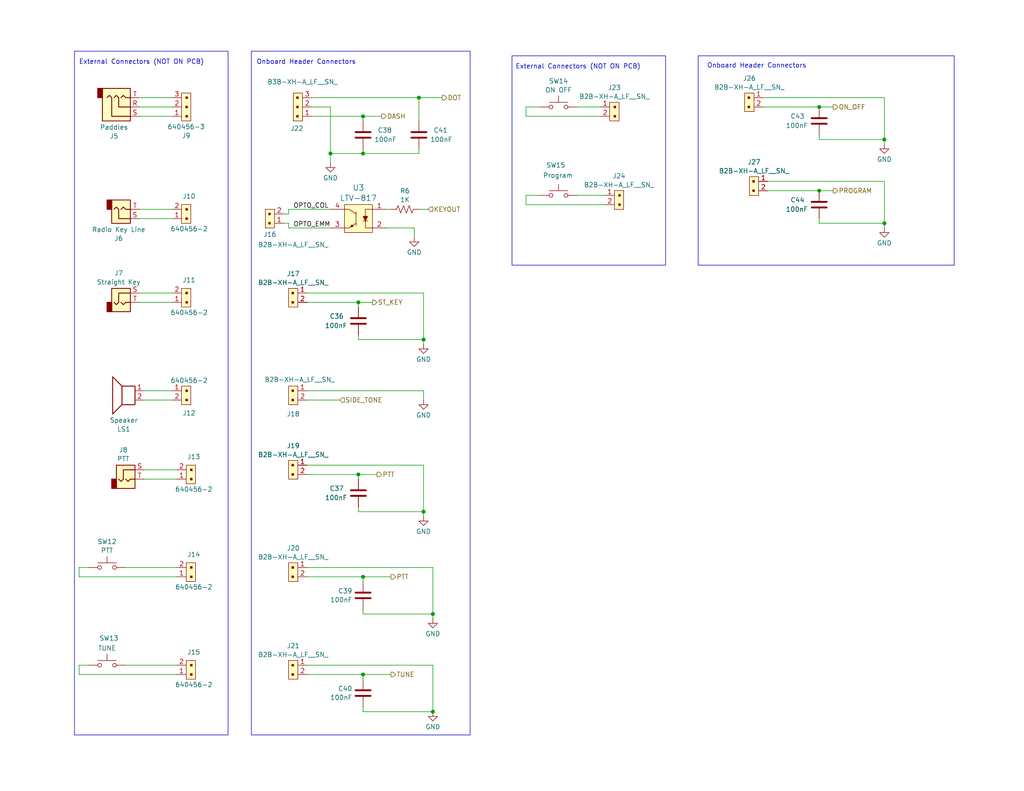
<source format=kicad_sch>
(kicad_sch (version 20250114) (generator "eeschema") (generator_version "9.0")
  (paper "USLetter")
  (title_block (title "KD0RC TeensyMaestro") (date "2025-07-27") (rev "v3.0") (company "NV0E") (comment 1 "Based on original design by KD0RC.") (comment 3 "PCB design by NV0E"))
  (lib_symbols
    (symbol "Connector_Audio:AudioJack2"
      (property "Reference" "J" (at 0 8.89 0))
      (property "Value" "AudioJack2" (at 0 6.35 0))
      (symbol "AudioJack2_0_1"
        (rectangle (start -3.81 0) (end -2.54 -2.54) (stroke (width 0.254)) (fill (type outline)))
        (rectangle (start -2.54 3.81) (end 2.54 -2.54) (stroke (width 0.254)) (fill (type background)))
        (polyline (pts (xy 0 0) (xy 0.635 -0.635) (xy 1.27 0) (xy 2.54 0)) (stroke (width 0.254)))
        (polyline (pts (xy 2.54 2.54) (xy -0.635 2.54) (xy -0.635 0) (xy -1.27 -0.635) (xy -1.905 0)) (stroke (width 0.254)))
      )
      (symbol "AudioJack2_1_1"
        (pin passive line (at 5.08 2.54 180) (length 2.54) (name "~") (number "S"))
        (pin passive line (at 5.08 0 180) (length 2.54) (name "~") (number "T"))
      )
    )
    (symbol "Connector_Audio:AudioJack3"
      (property "Reference" "J" (at 0 8.89 0))
      (property "Value" "AudioJack3" (at 0 6.35 0))
      (symbol "AudioJack3_0_1"
        (rectangle (start -5.08 -5.08) (end -6.35 -2.54) (stroke (width 0.254)) (fill (type outline)))
        (polyline (pts (xy -1.905 -2.54) (xy -1.27 -3.175) (xy -0.635 -2.54) (xy -0.635 0) (xy 2.54 0)) (stroke (width 0.254)))
        (polyline (pts (xy 0 -2.54) (xy 0.635 -3.175) (xy 1.27 -2.54) (xy 2.54 -2.54)) (stroke (width 0.254)))
        (rectangle (start 2.54 3.81) (end -5.08 -5.08) (stroke (width 0.254)) (fill (type background)))
        (polyline (pts (xy 2.54 2.54) (xy -2.54 2.54) (xy -2.54 -2.54) (xy -3.175 -3.175) (xy -3.81 -2.54)) (stroke (width 0.254)))
      )
      (symbol "AudioJack3_1_1"
        (pin passive line (at 5.08 2.54 180) (length 2.54) (name "~") (number "S"))
        (pin passive line (at 5.08 0 180) (length 2.54) (name "~") (number "R"))
        (pin passive line (at 5.08 -2.54 180) (length 2.54) (name "~") (number "T"))
      )
    )
    (symbol "Device:C" (pin_numbers (hide yes)) (pin_names (offset 0.254))
      (property "Reference" "C" (at 0.635 2.54 0))
      (property "Value" "C" (at 0.635 -2.54 0))
      (symbol "C_0_1"
        (polyline (pts (xy -2.032 0.762) (xy 2.032 0.762)) (stroke (width 0.508)))
        (polyline (pts (xy -2.032 -0.762) (xy 2.032 -0.762)) (stroke (width 0.508)))
      )
      (symbol "C_1_1"
        (pin passive line (at 0 3.81 270) (length 2.794) (name "~") (number "1"))
        (pin passive line (at 0 -3.81 90) (length 2.794) (name "~") (number "2"))
      )
    )
    (symbol "Device:R_US" (pin_numbers (hide yes)) (pin_names (offset 0))
      (property "Reference" "R" (at 2.54 0 90))
      (property "Value" "R_US" (at -2.54 0 90))
      (symbol "R_US_0_1"
        (polyline (pts (xy 0 2.286) (xy 0 2.54)))
        (polyline (pts (xy 0 2.286) (xy 1.016 1.905) (xy 0 1.524) (xy -1.016 1.143) (xy 0 0.762)))
        (polyline (pts (xy 0 0.762) (xy 1.016 0.381) (xy 0 0) (xy -1.016 -0.381) (xy 0 -0.762)))
        (polyline (pts (xy 0 -0.762) (xy 1.016 -1.143) (xy 0 -1.524) (xy -1.016 -1.905) (xy 0 -2.286)))
        (polyline (pts (xy 0 -2.286) (xy 0 -2.54)))
      )
      (symbol "R_US_1_1"
        (pin passive line (at 0 3.81 270) (length 1.27) (name "~") (number "1"))
        (pin passive line (at 0 -3.81 90) (length 1.27) (name "~") (number "2"))
      )
    )
    (symbol "Device:Speaker" (pin_names (offset 0) (hide yes))
      (property "Reference" "LS" (at 1.27 5.715 0))
      (property "Value" "Speaker" (at 1.27 3.81 0))
      (symbol "Speaker_0_0"
        (rectangle (start -2.54 1.27) (end 1.016 -3.81) (stroke (width 0.254)))
        (polyline (pts (xy 1.016 1.27) (xy 3.556 3.81) (xy 3.556 -6.35) (xy 1.016 -3.81)) (stroke (width 0.254)))
      )
      (symbol "Speaker_1_1"
        (pin input line (at -5.08 0 0) (length 2.54) (name "1") (number "1"))
        (pin input line (at -5.08 -2.54 0) (length 2.54) (name "2") (number "2"))
      )
    )
    (symbol "Switch:SW_Push" (pin_numbers (hide yes)) (pin_names (offset 1.016) (hide yes))
      (property "Reference" "SW" (at 1.27 2.54 0))
      (property "Value" "SW_Push" (at 0 -1.524 0))
      (symbol "SW_Push_0_1"
        (circle (center -2.032 0) (radius 0.508))
        (polyline (pts (xy 0 1.27) (xy 0 3.048)))
        (circle (center 2.032 0) (radius 0.508))
        (polyline (pts (xy 2.54 1.27) (xy -2.54 1.27)))
        (pin passive line (at -5.08 0 0) (length 2.54) (name "1") (number "1"))
        (pin passive line (at 5.08 0 180) (length 2.54) (name "2") (number "2"))
      )
    )
    (symbol "dk_Optoisolators-Transistor-Photovoltaic-Output:LTV-817" (pin_names (offset 1.016))
      (property "Reference" "U" (at 0 5.08 0))
      (property "Value" "LTV-817" (at 0 -5.715 0))
      (symbol "LTV-817_0_1"
        (rectangle (start -3.81 3.81) (end 3.81 -3.81) (fill (type background)))
        (polyline (pts (xy -3.81 2.54) (xy -1.905 2.54) (xy -1.905 0.635)))
        (polyline (pts (xy -3.81 -2.54) (xy -1.905 -2.54) (xy -1.905 -0.635)))
        (polyline (pts (xy -2.54 0.635) (xy -1.27 0.635) (xy -1.905 -0.635) (xy -2.54 0.635)) (fill (type outline)))
        (polyline (pts (xy -2.54 -0.635) (xy -1.27 -0.635)))
        (polyline (pts (xy 0.635 1.905) (xy 0.635 -1.905)))
        (polyline (pts (xy 0.635 1.27) (xy 2.54 2.54) (xy 3.81 2.54)))
        (polyline (pts (xy 0.635 -1.27) (xy 2.54 -2.54) (xy 3.81 -2.54)))
        (polyline (pts (xy 2.159 -2.286) (xy 1.778 -1.651) (xy 1.397 -2.159) (xy 2.159 -2.286)) (fill (type outline)))
      )
      (symbol "LTV-817_1_1"
        (pin passive line (at -7.62 2.54 0) (length 3.81) (name "~") (number "1"))
        (pin passive line (at -7.62 -2.54 0) (length 3.81) (name "~") (number "2"))
        (pin passive line (at 7.62 2.54 180) (length 3.81) (name "~") (number "4"))
        (pin passive line (at 7.62 -2.54 180) (length 3.81) (name "~") (number "3"))
      )
    )
    (symbol "dk_Rectangular-Connectors-Headers-Male-Pins:640456-2" (pin_names (offset 1.016))
      (property "Reference" "J" (at -2.54 1.27 0))
      (property "Value" "640456-2" (at 1.27 -3.81 0))
      (symbol "640456-2_1_1"
        (rectangle (start -1.27 0) (end 3.81 -2.54) (fill (type background)))
        (rectangle (start -0.254 -1.143) (end 0.254 -1.651) (fill (type outline)))
        (rectangle (start 2.286 -1.143) (end 2.794 -1.651) (fill (type outline)))
        (pin passive line (at 0 2.54 270) (length 2.54) (name "~") (number "1"))
        (pin passive line (at 2.54 2.54 270) (length 2.54) (name "~") (number "2"))
      )
    )
    (symbol "dk_Rectangular-Connectors-Headers-Male-Pins:640456-3" (pin_names (offset 1.016))
      (property "Reference" "J" (at -2.54 1.27 0))
      (property "Value" "640456-3" (at 2.54 -3.81 0))
      (symbol "640456-3_1_1"
        (rectangle (start -1.27 0) (end 6.35 -2.54) (fill (type background)))
        (rectangle (start -0.254 -1.143) (end 0.254 -1.651) (fill (type outline)))
        (rectangle (start 2.286 -1.143) (end 2.794 -1.651) (fill (type outline)))
        (rectangle (start 4.826 -1.143) (end 5.334 -1.651) (fill (type outline)))
        (pin passive line (at 0 2.54 270) (length 2.54) (name "~") (number "1"))
        (pin passive line (at 2.54 2.54 270) (length 2.54) (name "~") (number "2"))
        (pin passive line (at 5.08 2.54 270) (length 2.54) (name "~") (number "3"))
      )
    )
    (symbol "dk_Rectangular-Connectors-Headers-Male-Pins:B2B-XH-A_LF__SN_" (pin_names (offset 1.016))
      (property "Reference" "J" (at -2.54 -1.27 0))
      (property "Value" "B2B-XH-A_LF__SN_" (at 1.27 -3.81 0))
      (symbol "B2B-XH-A_LF__SN__1_1"
        (rectangle (start -1.27 0) (end 3.81 -2.54) (fill (type background)))
        (rectangle (start -0.254 -1.143) (end 0.254 -1.651) (fill (type outline)))
        (rectangle (start 2.286 -1.143) (end 2.794 -1.651) (fill (type outline)))
        (pin passive line (at 0 2.54 270) (length 2.54) (name "~") (number "1"))
        (pin passive line (at 2.54 2.54 270) (length 2.54) (name "~") (number "2"))
      )
    )
    (symbol "dk_Rectangular-Connectors-Headers-Male-Pins:B3B-XH-A_LF__SN_" (pin_names (offset 1.016) (hide yes))
      (property "Reference" "J" (at -2.54 -1.27 0))
      (property "Value" "B3B-XH-A_LF__SN_" (at 2.54 -3.81 0))
      (symbol "B3B-XH-A_LF__SN__1_1"
        (rectangle (start -1.27 0) (end 6.35 -2.54) (fill (type background)))
        (rectangle (start -0.254 -1.143) (end 0.254 -1.651) (fill (type outline)))
        (rectangle (start 2.286 -1.143) (end 2.794 -1.651) (fill (type outline)))
        (rectangle (start 4.826 -1.143) (end 5.334 -1.651) (fill (type outline)))
        (pin passive line (at 0 2.54 270) (length 2.54) (name "~") (number "1"))
        (pin passive line (at 2.54 2.54 270) (length 2.54) (name "~") (number "2"))
        (pin passive line (at 5.08 2.54 270) (length 2.54) (name "~") (number "3"))
      )
    )
    (symbol "power:GND" (power) (pin_numbers (hide yes)) (pin_names (offset 0) (hide yes))
      (property "Value" "GND" (at 0 -3.81 0))
      (symbol "GND_0_1"
        (polyline (pts (xy 0 0) (xy 0 -1.27) (xy 1.27 -1.27) (xy 0 -2.54) (xy -1.27 -1.27) (xy 0 -1.27)))
      )
      (symbol "GND_1_1"
        (pin power_in line (at 0 0 270) (length 0) (name "~") (number "1"))
      )
    )
  )
  (rectangle (start 68.58 13.97) (end 128.27 200.66))
  (rectangle (start 139.7 15.24) (end 181.61 72.39))
  (rectangle (start 20.32 13.97) (end 62.23 200.66))
  (rectangle (start 190.5 15.24) (end 260.35 72.39))
  (text "External Connectors (NOT ON PCB)" (at 157.734 18.288 0) (effects (font (size 1.27 1.27))))
  (text "Onboard Header Connectors" (at 83.566 17.018 0) (effects (font (size 1.27 1.27))))
  (text "External Connectors (NOT ON PCB)" (at 38.608 17.018 0) (effects (font (size 1.27 1.27))))
  (text "Onboard Header Connectors" (at 206.502 18.034 0) (effects (font (size 1.27 1.27))))
  (junction (at 97.79 129.54))
  (junction (at 114.3 26.67))
  (junction (at 115.57 139.7))
  (junction (at 90.17 41.91))
  (junction (at 99.06 41.91))
  (junction (at 97.79 82.55))
  (junction (at 241.3 38.1))
  (junction (at 223.52 29.21))
  (junction (at 223.52 52.07))
  (junction (at 99.06 157.48))
  (junction (at 118.11 167.64))
  (junction (at 241.3 60.96))
  (junction (at 115.57 92.71))
  (junction (at 99.06 184.15))
  (junction (at 99.06 31.75))
  (junction (at 118.11 194.31))
  (wire (pts (xy 34.29 181.61) (xy 48.26 181.61)))
  (wire (pts (xy 157.48 29.21) (xy 163.83 29.21)))
  (wire (pts (xy 223.52 59.69) (xy 223.52 60.96)))
  (wire (pts (xy 105.41 62.23) (xy 113.03 62.23)))
  (wire (pts (xy 114.3 57.15) (xy 116.84 57.15)))
  (wire (pts (xy 38.1 82.55) (xy 46.99 82.55)))
  (wire (pts (xy 209.55 49.53) (xy 241.3 49.53)))
  (wire (pts (xy 83.82 109.22) (xy 92.71 109.22)))
  (wire (pts (xy 21.59 181.61) (xy 21.59 184.15)))
  (wire (pts (xy 83.82 82.55) (xy 97.79 82.55)))
  (wire (pts (xy 38.1 31.75) (xy 46.99 31.75)))
  (wire (pts (xy 90.17 29.21) (xy 85.09 29.21)))
  (wire (pts (xy 99.06 31.75) (xy 99.06 33.02)))
  (wire (pts (xy 21.59 154.94) (xy 21.59 157.48)))
  (wire (pts (xy 77.47 60.96) (xy 78.74 60.96)))
  (wire (pts (xy 99.06 184.15) (xy 106.68 184.15)))
  (wire (pts (xy 105.41 57.15) (xy 106.68 57.15)))
  (wire (pts (xy 90.17 41.91) (xy 90.17 44.45)))
  (wire (pts (xy 143.51 31.75) (xy 163.83 31.75)))
  (wire (pts (xy 85.09 26.67) (xy 114.3 26.67)))
  (wire (pts (xy 97.79 82.55) (xy 101.6 82.55)))
  (wire (pts (xy 39.37 109.22) (xy 46.99 109.22)))
  (wire (pts (xy 99.06 193.04) (xy 99.06 194.31)))
  (wire (pts (xy 97.79 138.43) (xy 97.79 139.7)))
  (wire (pts (xy 223.52 38.1) (xy 241.3 38.1)))
  (wire (pts (xy 38.1 26.67) (xy 46.99 26.67)))
  (wire (pts (xy 83.82 80.01) (xy 115.57 80.01)))
  (wire (pts (xy 223.52 29.21) (xy 227.33 29.21)))
  (wire (pts (xy 99.06 40.64) (xy 99.06 41.91)))
  (wire (pts (xy 114.3 26.67) (xy 114.3 33.02)))
  (wire (pts (xy 34.29 154.94) (xy 48.26 154.94)))
  (wire (pts (xy 83.82 181.61) (xy 118.11 181.61)))
  (wire (pts (xy 24.13 154.94) (xy 21.59 154.94)))
  (wire (pts (xy 39.37 130.81) (xy 48.26 130.81)))
  (wire (pts (xy 83.82 154.94) (xy 118.11 154.94)))
  (wire (pts (xy 208.28 29.21) (xy 223.52 29.21)))
  (wire (pts (xy 78.74 62.23) (xy 90.17 62.23)))
  (wire (pts (xy 165.1 55.88) (xy 143.51 55.88)))
  (wire (pts (xy 83.82 127) (xy 115.57 127)))
  (wire (pts (xy 114.3 26.67) (xy 120.65 26.67)))
  (wire (pts (xy 115.57 80.01) (xy 115.57 92.71)))
  (wire (pts (xy 241.3 60.96) (xy 241.3 62.23)))
  (wire (pts (xy 208.28 26.67) (xy 241.3 26.67)))
  (wire (pts (xy 157.48 53.34) (xy 165.1 53.34)))
  (wire (pts (xy 97.79 139.7) (xy 115.57 139.7)))
  (wire (pts (xy 99.06 31.75) (xy 104.14 31.75)))
  (wire (pts (xy 99.06 167.64) (xy 118.11 167.64)))
  (wire (pts (xy 21.59 157.48) (xy 48.26 157.48)))
  (wire (pts (xy 115.57 127) (xy 115.57 139.7)))
  (wire (pts (xy 99.06 41.91) (xy 90.17 41.91)))
  (wire (pts (xy 38.1 57.15) (xy 46.99 57.15)))
  (wire (pts (xy 83.82 157.48) (xy 99.06 157.48)))
  (wire (pts (xy 83.82 129.54) (xy 97.79 129.54)))
  (wire (pts (xy 241.3 49.53) (xy 241.3 60.96)))
  (wire (pts (xy 83.82 184.15) (xy 99.06 184.15)))
  (wire (pts (xy 118.11 154.94) (xy 118.11 167.64)))
  (wire (pts (xy 38.1 29.21) (xy 46.99 29.21)))
  (wire (pts (xy 97.79 129.54) (xy 102.87 129.54)))
  (wire (pts (xy 38.1 59.69) (xy 46.99 59.69)))
  (wire (pts (xy 85.09 31.75) (xy 99.06 31.75)))
  (wire (pts (xy 113.03 62.23) (xy 113.03 64.77)))
  (wire (pts (xy 78.74 58.42) (xy 78.74 57.15)))
  (wire (pts (xy 115.57 106.68) (xy 115.57 109.22)))
  (wire (pts (xy 97.79 82.55) (xy 97.79 83.82)))
  (wire (pts (xy 143.51 29.21) (xy 143.51 31.75)))
  (wire (pts (xy 143.51 55.88) (xy 143.51 53.34)))
  (wire (pts (xy 99.06 158.75) (xy 99.06 157.48)))
  (wire (pts (xy 97.79 129.54) (xy 97.79 130.81)))
  (wire (pts (xy 115.57 92.71) (xy 115.57 93.98)))
  (wire (pts (xy 114.3 41.91) (xy 99.06 41.91)))
  (wire (pts (xy 97.79 92.71) (xy 115.57 92.71)))
  (wire (pts (xy 90.17 29.21) (xy 90.17 41.91)))
  (wire (pts (xy 99.06 157.48) (xy 106.68 157.48)))
  (wire (pts (xy 77.47 58.42) (xy 78.74 58.42)))
  (wire (pts (xy 118.11 168.91) (xy 118.11 167.64)))
  (wire (pts (xy 223.52 36.83) (xy 223.52 38.1)))
  (wire (pts (xy 99.06 185.42) (xy 99.06 184.15)))
  (wire (pts (xy 118.11 181.61) (xy 118.11 194.31)))
  (wire (pts (xy 99.06 166.37) (xy 99.06 167.64)))
  (wire (pts (xy 83.82 106.68) (xy 115.57 106.68)))
  (wire (pts (xy 114.3 40.64) (xy 114.3 41.91)))
  (wire (pts (xy 97.79 91.44) (xy 97.79 92.71)))
  (wire (pts (xy 24.13 181.61) (xy 21.59 181.61)))
  (wire (pts (xy 147.32 53.34) (xy 143.51 53.34)))
  (wire (pts (xy 223.52 60.96) (xy 241.3 60.96)))
  (wire (pts (xy 78.74 62.23) (xy 78.74 60.96)))
  (wire (pts (xy 38.1 80.01) (xy 46.99 80.01)))
  (wire (pts (xy 39.37 106.68) (xy 46.99 106.68)))
  (wire (pts (xy 241.3 38.1) (xy 241.3 39.37)))
  (wire (pts (xy 209.55 52.07) (xy 223.52 52.07)))
  (wire (pts (xy 147.32 29.21) (xy 143.51 29.21)))
  (wire (pts (xy 241.3 26.67) (xy 241.3 38.1)))
  (wire (pts (xy 99.06 194.31) (xy 118.11 194.31)))
  (wire (pts (xy 115.57 139.7) (xy 115.57 140.97)))
  (wire (pts (xy 21.59 184.15) (xy 48.26 184.15)))
  (wire (pts (xy 78.74 57.15) (xy 90.17 57.15)))
  (wire (pts (xy 223.52 52.07) (xy 227.33 52.07)))
  (wire (pts (xy 39.37 128.27) (xy 48.26 128.27)))
  (label "OPTO_COL" (at 80.01 57.15 0))
  (label "OPTO_EMM" (at 80.01 62.23 0))
  (hierarchical_label "PTT" (shape output) (at 106.68 157.48 0))
  (hierarchical_label "ST_KEY" (shape output) (at 101.6 82.55 0))
  (hierarchical_label "DASH" (shape output) (at 104.14 31.75 0))
  (hierarchical_label "DOT" (shape output) (at 120.65 26.67 0))
  (hierarchical_label "PROGRAM" (shape output) (at 227.33 52.07 0))
  (hierarchical_label "KEYOUT" (shape input) (at 116.84 57.15 0))
  (hierarchical_label "TUNE" (shape output) (at 106.68 184.15 0))
  (hierarchical_label "PTT" (shape output) (at 102.87 129.54 0))
  (hierarchical_label "SIDE_TONE" (shape input) (at 92.71 109.22 0))
  (hierarchical_label "ON_OFF" (shape output) (at 227.33 29.21 0))
  (symbol (lib_id "dk_Optoisolators-Transistor-Photovoltaic-Output:LTV-817") (at 97.79 59.69 0) (mirror y) (unit 1)
    (property "Reference" "U3" (at 97.79 51.2496 0) (effects (font (size 1.524 1.524))))
    (property "Value" "LTV-817" (at 97.79 54.0825 0) (effects (font (size 1.524 1.524))))
    (property "Footprint" "digikey-footprints:DIP-4_W7.62mm" (effects (hide yes)))
    (property "Datasheet" "http://optoelectronics.liteon.com/upload/download/DS-70-96-0016/LTV-8X7%20series%20201610%20.pdf" (effects (hide yes)))
    (property "Description" "OPTOISOLATR 5KV TRANSISTOR 4-DIP" (effects (hide yes)))
    (property "Digi-Key_PN" "160-1366-5-ND" (effects (hide yes)))
    (property "MPN" "LTV-817" (effects (hide yes)))
    (property "Category" "Isolators" (effects (hide yes)))
    (property "Family" "Optoisolators - Transistor, Photovoltaic Output" (effects (hide yes)))
    (property "DK_Datasheet_Link" "http://optoelectronics.liteon.com/upload/download/DS-70-96-0016/LTV-8X7%20series%20201610%20.pdf" (effects (hide yes)))
    (property "DK_Detail_Page" "/product-detail/en/lite-on-inc/LTV-817/160-1366-5-ND/385836" (effects (hide yes)))
    (property "Description_1" "OPTOISOLATR 5KV TRANSISTOR 4-DIP" (effects (hide yes)))
    (property "Manufacturer" "Lite-On Inc." (effects (hide yes)))
    (property "Status" "Active" (effects (hide yes)))
  )
  (symbol (lib_id "Connector_Audio:AudioJack3") (at 33.02 29.21 0) (mirror x) (unit 1) (on_board no)
    (property "Reference" "J5" (at 31.115 37.1645 0))
    (property "Value" "Paddles" (at 31.115 34.7402 0))
    (property "Description" "Audio Jack, 3 Poles (Stereo / TRS)" (effects (hide yes)))
  )
  (symbol (lib_id "power:GND") (at 241.3 39.37 0) (unit 1)
    (property "Reference" "#PWR036" (effects (hide yes)))
    (property "Value" "GND" (at 241.3 43.5031 0))
    (property "Description" "Power symbol creates a global label with name \"GND\" , ground" (effects (hide yes)))
  )
  (symbol (lib_id "Device:C") (at 99.06 162.56 0) (mirror y) (unit 1)
    (property "Reference" "C39" (at 96.139 161.3478 0) (effects (justify left)))
    (property "Value" "100nF" (at 96.139 163.7721 0) (effects (justify left)))
    (property "Footprint" "Capacitor_THT:C_Disc_D5.0mm_W2.5mm_P5.00mm" (effects (hide yes)))
    (property "Description" "Unpolarized capacitor" (effects (hide yes)))
  )
  (symbol (lib_id "Device:C") (at 97.79 87.63 0) (unit 1)
    (property "Reference" "C36" (at 89.916 86.36 0) (effects (justify left)))
    (property "Value" "100nF" (at 88.646 88.9 0) (effects (justify left)))
    (property "Footprint" "Capacitor_THT:C_Disc_D5.0mm_W2.5mm_P5.00mm" (effects (hide yes)))
    (property "Description" "Unpolarized capacitor" (effects (hide yes)))
  )
  (symbol (lib_id "dk_Rectangular-Connectors-Headers-Male-Pins:640456-2") (at 50.8 157.48 90) (unit 1) (on_board no)
    (property "Reference" "J14" (at 51.054 151.384 90) (effects (justify right)))
    (property "Value" "640456-2" (at 47.752 160.274 90) (effects (justify right)))
    (property "Footprint" "digikey-footprints:PinHeader_1x2_P2.54mm_Drill1.02mm" (effects (hide yes)))
    (property "Datasheet" "https://www.te.com/commerce/DocumentDelivery/DDEController?Action=srchrtrv&DocNm=640456&DocType=Customer+Drawing&DocLang=English" (effects (hide yes)))
    (property "Description" "CONN HEADER VERT 2POS 2.54MM" (effects (hide yes)))
    (property "Digi-Key_PN" "A1921-ND" (effects (hide yes)))
    (property "MPN" "640456-2" (effects (hide yes)))
    (property "Category" "Connectors, Interconnects" (effects (hide yes)))
    (property "Family" "Rectangular Connectors - Headers, Male Pins" (effects (hide yes)))
    (property "DK_Datasheet_Link" "https://www.te.com/commerce/DocumentDelivery/DDEController?Action=srchrtrv&DocNm=640456&DocType=Customer+Drawing&DocLang=English" (effects (hide yes)))
    (property "DK_Detail_Page" "/product-detail/en/te-connectivity-amp-connectors/640456-2/A1921-ND/109003" (effects (hide yes)))
    (property "Description_1" "CONN HEADER VERT 2POS 2.54MM" (effects (hide yes)))
    (property "Manufacturer" "TE Connectivity AMP Connectors" (effects (hide yes)))
    (property "Status" "Active" (effects (hide yes)))
  )
  (symbol (lib_id "dk_Rectangular-Connectors-Headers-Male-Pins:B2B-XH-A_LF__SN_") (at 74.93 60.96 270) (mirror x) (unit 1)
    (property "Reference" "J16" (at 73.66 64.008 90))
    (property "Value" "B2B-XH-A_LF__SN_" (at 80.01 66.802 90))
    (property "Footprint" "Connector_JST:JST_XH_B2B-XH-A_1x02_P2.50mm_Vertical" (effects (hide yes)))
    (property "Datasheet" "http://www.jst-mfg.com/product/pdf/eng/eXH.pdf" (effects (hide yes)))
    (property "Description" "CONN HEADER VERT 2POS 2.5MM" (effects (hide yes)))
    (property "Digi-Key_PN" "455-2247-ND" (effects (hide yes)))
    (property "MPN" "B2B-XH-A(LF)(SN)" (effects (hide yes)))
    (property "Category" "Connectors, Interconnects" (effects (hide yes)))
    (property "Family" "Rectangular Connectors - Headers, Male Pins" (effects (hide yes)))
    (property "DK_Datasheet_Link" "http://www.jst-mfg.com/product/pdf/eng/eXH.pdf" (effects (hide yes)))
    (property "DK_Detail_Page" "/product-detail/en/jst-sales-america-inc/B2B-XH-A(LF)(SN)/455-2247-ND/1651045" (effects (hide yes)))
    (property "Description_1" "CONN HEADER VERT 2POS 2.5MM" (effects (hide yes)))
    (property "Manufacturer" "JST Sales America Inc." (effects (hide yes)))
    (property "Status" "Active" (effects (hide yes)))
  )
  (symbol (lib_id "Switch:SW_Push") (at 29.21 154.94 0) (mirror y) (unit 1) (on_board no)
    (property "Reference" "SW12" (at 29.21 147.8745 0))
    (property "Value" "PTT" (at 29.21 150.2988 0))
    (property "Description" "Push button switch, generic, two pins" (effects (hide yes)))
  )
  (symbol (lib_id "Switch:SW_Push") (at 29.21 181.61 0) (mirror y) (unit 1) (on_board no)
    (property "Reference" "SW13" (at 29.718 174.244 0))
    (property "Value" "TUNE" (at 29.21 176.9688 0))
    (property "Description" "Push button switch, generic, two pins" (effects (hide yes)))
  )
  (symbol (lib_id "dk_Rectangular-Connectors-Headers-Male-Pins:640456-2") (at 50.8 130.81 90) (unit 1) (on_board no)
    (property "Reference" "J13" (at 51.054 124.714 90) (effects (justify right)))
    (property "Value" "640456-2" (at 47.752 133.604 90) (effects (justify right)))
    (property "Footprint" "digikey-footprints:PinHeader_1x2_P2.54mm_Drill1.02mm" (effects (hide yes)))
    (property "Datasheet" "https://www.te.com/commerce/DocumentDelivery/DDEController?Action=srchrtrv&DocNm=640456&DocType=Customer+Drawing&DocLang=English" (effects (hide yes)))
    (property "Description" "CONN HEADER VERT 2POS 2.54MM" (effects (hide yes)))
    (property "Digi-Key_PN" "A1921-ND" (effects (hide yes)))
    (property "MPN" "640456-2" (effects (hide yes)))
    (property "Category" "Connectors, Interconnects" (effects (hide yes)))
    (property "Family" "Rectangular Connectors - Headers, Male Pins" (effects (hide yes)))
    (property "DK_Datasheet_Link" "https://www.te.com/commerce/DocumentDelivery/DDEController?Action=srchrtrv&DocNm=640456&DocType=Customer+Drawing&DocLang=English" (effects (hide yes)))
    (property "DK_Detail_Page" "/product-detail/en/te-connectivity-amp-connectors/640456-2/A1921-ND/109003" (effects (hide yes)))
    (property "Description_1" "CONN HEADER VERT 2POS 2.54MM" (effects (hide yes)))
    (property "Manufacturer" "TE Connectivity AMP Connectors" (effects (hide yes)))
    (property "Status" "Active" (effects (hide yes)))
  )
  (symbol (lib_id "dk_Rectangular-Connectors-Headers-Male-Pins:640456-2") (at 49.53 59.69 90) (unit 1) (on_board no)
    (property "Reference" "J10" (at 49.784 53.594 90) (effects (justify right)))
    (property "Value" "640456-2" (at 46.482 62.484 90) (effects (justify right)))
    (property "Footprint" "digikey-footprints:PinHeader_1x2_P2.54mm_Drill1.02mm" (effects (hide yes)))
    (property "Datasheet" "https://www.te.com/commerce/DocumentDelivery/DDEController?Action=srchrtrv&DocNm=640456&DocType=Customer+Drawing&DocLang=English" (effects (hide yes)))
    (property "Description" "CONN HEADER VERT 2POS 2.54MM" (effects (hide yes)))
    (property "Digi-Key_PN" "A1921-ND" (effects (hide yes)))
    (property "MPN" "640456-2" (effects (hide yes)))
    (property "Category" "Connectors, Interconnects" (effects (hide yes)))
    (property "Family" "Rectangular Connectors - Headers, Male Pins" (effects (hide yes)))
    (property "DK_Datasheet_Link" "https://www.te.com/commerce/DocumentDelivery/DDEController?Action=srchrtrv&DocNm=640456&DocType=Customer+Drawing&DocLang=English" (effects (hide yes)))
    (property "DK_Detail_Page" "/product-detail/en/te-connectivity-amp-connectors/640456-2/A1921-ND/109003" (effects (hide yes)))
    (property "Description_1" "CONN HEADER VERT 2POS 2.54MM" (effects (hide yes)))
    (property "Manufacturer" "TE Connectivity AMP Connectors" (effects (hide yes)))
    (property "Status" "Active" (effects (hide yes)))
  )
  (symbol (lib_id "dk_Rectangular-Connectors-Headers-Male-Pins:B2B-XH-A_LF__SN_") (at 81.28 127 270) (unit 1)
    (property "Reference" "J19" (at 80.01 121.7125 90))
    (property "Value" "B2B-XH-A_LF__SN_" (at 80.01 124.1368 90))
    (property "Footprint" "Connector_JST:JST_XH_B2B-XH-A_1x02_P2.50mm_Vertical" (effects (hide yes)))
    (property "Datasheet" "http://www.jst-mfg.com/product/pdf/eng/eXH.pdf" (effects (hide yes)))
    (property "Description" "CONN HEADER VERT 2POS 2.5MM" (effects (hide yes)))
    (property "Digi-Key_PN" "455-2247-ND" (effects (hide yes)))
    (property "MPN" "B2B-XH-A(LF)(SN)" (effects (hide yes)))
    (property "Category" "Connectors, Interconnects" (effects (hide yes)))
    (property "Family" "Rectangular Connectors - Headers, Male Pins" (effects (hide yes)))
    (property "DK_Datasheet_Link" "http://www.jst-mfg.com/product/pdf/eng/eXH.pdf" (effects (hide yes)))
    (property "DK_Detail_Page" "/product-detail/en/jst-sales-america-inc/B2B-XH-A(LF)(SN)/455-2247-ND/1651045" (effects (hide yes)))
    (property "Description_1" "CONN HEADER VERT 2POS 2.5MM" (effects (hide yes)))
    (property "Manufacturer" "JST Sales America Inc." (effects (hide yes)))
    (property "Status" "Active" (effects (hide yes)))
  )
  (symbol (lib_id "Connector_Audio:AudioJack2") (at 33.02 57.15 0) (mirror x) (unit 1) (on_board no)
    (property "Reference" "J6" (at 32.385 65.1045 0))
    (property "Value" "Radio Key Line" (at 32.385 62.6802 0))
    (property "Description" "Audio Jack, 2 Poles (Mono / TS)" (effects (hide yes)))
  )
  (symbol (lib_id "power:GND") (at 115.57 109.22 0) (unit 1)
    (property "Reference" "#PWR031" (effects (hide yes)))
    (property "Value" "GND" (at 115.57 113.3531 0))
    (property "Description" "Power symbol creates a global label with name \"GND\" , ground" (effects (hide yes)))
  )
  (symbol (lib_id "Device:C") (at 97.79 134.62 0) (unit 1)
    (property "Reference" "C37" (at 89.916 133.35 0) (effects (justify left)))
    (property "Value" "100nF" (at 88.646 135.89 0) (effects (justify left)))
    (property "Footprint" "Capacitor_THT:C_Disc_D5.0mm_W2.5mm_P5.00mm" (effects (hide yes)))
    (property "Description" "Unpolarized capacitor" (effects (hide yes)))
  )
  (symbol (lib_id "dk_Rectangular-Connectors-Headers-Male-Pins:B2B-XH-A_LF__SN_") (at 81.28 154.94 270) (unit 1)
    (property "Reference" "J20" (at 80.01 149.6525 90))
    (property "Value" "B2B-XH-A_LF__SN_" (at 80.01 152.0768 90))
    (property "Footprint" "Connector_JST:JST_XH_B2B-XH-A_1x02_P2.50mm_Vertical" (effects (hide yes)))
    (property "Datasheet" "http://www.jst-mfg.com/product/pdf/eng/eXH.pdf" (effects (hide yes)))
    (property "Description" "CONN HEADER VERT 2POS 2.5MM" (effects (hide yes)))
    (property "Digi-Key_PN" "455-2247-ND" (effects (hide yes)))
    (property "MPN" "B2B-XH-A(LF)(SN)" (effects (hide yes)))
    (property "Category" "Connectors, Interconnects" (effects (hide yes)))
    (property "Family" "Rectangular Connectors - Headers, Male Pins" (effects (hide yes)))
    (property "DK_Datasheet_Link" "http://www.jst-mfg.com/product/pdf/eng/eXH.pdf" (effects (hide yes)))
    (property "DK_Detail_Page" "/product-detail/en/jst-sales-america-inc/B2B-XH-A(LF)(SN)/455-2247-ND/1651045" (effects (hide yes)))
    (property "Description_1" "CONN HEADER VERT 2POS 2.5MM" (effects (hide yes)))
    (property "Manufacturer" "JST Sales America Inc." (effects (hide yes)))
    (property "Status" "Active" (effects (hide yes)))
  )
  (symbol (lib_id "dk_Rectangular-Connectors-Headers-Male-Pins:B2B-XH-A_LF__SN_") (at 81.28 80.01 270) (unit 1)
    (property "Reference" "J17" (at 80.01 74.7225 90))
    (property "Value" "B2B-XH-A_LF__SN_" (at 80.01 77.1468 90))
    (property "Footprint" "Connector_JST:JST_XH_B2B-XH-A_1x02_P2.50mm_Vertical" (effects (hide yes)))
    (property "Datasheet" "http://www.jst-mfg.com/product/pdf/eng/eXH.pdf" (effects (hide yes)))
    (property "Description" "CONN HEADER VERT 2POS 2.5MM" (effects (hide yes)))
    (property "Digi-Key_PN" "455-2247-ND" (effects (hide yes)))
    (property "MPN" "B2B-XH-A(LF)(SN)" (effects (hide yes)))
    (property "Category" "Connectors, Interconnects" (effects (hide yes)))
    (property "Family" "Rectangular Connectors - Headers, Male Pins" (effects (hide yes)))
    (property "DK_Datasheet_Link" "http://www.jst-mfg.com/product/pdf/eng/eXH.pdf" (effects (hide yes)))
    (property "DK_Detail_Page" "/product-detail/en/jst-sales-america-inc/B2B-XH-A(LF)(SN)/455-2247-ND/1651045" (effects (hide yes)))
    (property "Description_1" "CONN HEADER VERT 2POS 2.5MM" (effects (hide yes)))
    (property "Manufacturer" "JST Sales America Inc." (effects (hide yes)))
    (property "Status" "Active" (effects (hide yes)))
  )
  (symbol (lib_id "Connector_Audio:AudioJack2") (at 34.29 130.81 0) (unit 1) (on_board no)
    (property "Reference" "J8" (at 33.655 122.8555 0))
    (property "Value" "PTT" (at 33.655 125.2798 0))
    (property "Description" "Audio Jack, 2 Poles (Mono / TS)" (effects (hide yes)))
  )
  (symbol (lib_id "power:GND") (at 115.57 93.98 0) (unit 1)
    (property "Reference" "#PWR030" (effects (hide yes)))
    (property "Value" "GND" (at 115.57 98.1131 0))
    (property "Description" "Power symbol creates a global label with name \"GND\" , ground" (effects (hide yes)))
  )
  (symbol (lib_id "dk_Rectangular-Connectors-Headers-Male-Pins:B2B-XH-A_LF__SN_") (at 167.64 53.34 90) (mirror x) (unit 1) (on_board no)
    (property "Reference" "J24" (at 168.91 48.0525 90))
    (property "Value" "B2B-XH-A_LF__SN_" (at 168.91 50.4768 90))
    (property "Footprint" "Connector_JST:JST_XH_B2B-XH-A_1x02_P2.50mm_Vertical" (effects (hide yes)))
    (property "Datasheet" "http://www.jst-mfg.com/product/pdf/eng/eXH.pdf" (effects (hide yes)))
    (property "Description" "CONN HEADER VERT 2POS 2.5MM" (effects (hide yes)))
    (property "Digi-Key_PN" "455-2247-ND" (effects (hide yes)))
    (property "MPN" "B2B-XH-A(LF)(SN)" (effects (hide yes)))
    (property "Category" "Connectors, Interconnects" (effects (hide yes)))
    (property "Family" "Rectangular Connectors - Headers, Male Pins" (effects (hide yes)))
    (property "DK_Datasheet_Link" "http://www.jst-mfg.com/product/pdf/eng/eXH.pdf" (effects (hide yes)))
    (property "DK_Detail_Page" "/product-detail/en/jst-sales-america-inc/B2B-XH-A(LF)(SN)/455-2247-ND/1651045" (effects (hide yes)))
    (property "Description_1" "CONN HEADER VERT 2POS 2.5MM" (effects (hide yes)))
    (property "Manufacturer" "JST Sales America Inc." (effects (hide yes)))
    (property "Status" "Active" (effects (hide yes)))
  )
  (symbol (lib_id "power:GND") (at 115.57 140.97 0) (unit 1)
    (property "Reference" "#PWR032" (effects (hide yes)))
    (property "Value" "GND" (at 115.57 145.1031 0))
    (property "Description" "Power symbol creates a global label with name \"GND\" , ground" (effects (hide yes)))
  )
  (symbol (lib_id "Device:C") (at 99.06 189.23 0) (mirror y) (unit 1)
    (property "Reference" "C40" (at 96.139 188.0178 0) (effects (justify left)))
    (property "Value" "100nF" (at 96.139 190.4421 0) (effects (justify left)))
    (property "Footprint" "Capacitor_THT:C_Disc_D5.0mm_W2.5mm_P5.00mm" (effects (hide yes)))
    (property "Description" "Unpolarized capacitor" (effects (hide yes)))
  )
  (symbol (lib_id "power:GND") (at 113.03 64.77 0) (unit 1)
    (property "Reference" "#PWR029" (effects (hide yes)))
    (property "Value" "GND" (at 113.03 68.9031 0))
    (property "Description" "Power symbol creates a global label with name \"GND\" , ground" (effects (hide yes)))
  )
  (symbol (lib_id "power:GND") (at 90.17 44.45 0) (unit 1)
    (property "Reference" "#PWR028" (effects (hide yes)))
    (property "Value" "GND" (at 90.17 48.5831 0))
    (property "Description" "Power symbol creates a global label with name \"GND\" , ground" (effects (hide yes)))
  )
  (symbol (lib_id "dk_Rectangular-Connectors-Headers-Male-Pins:640456-2") (at 49.53 106.68 90) (mirror x) (unit 1) (on_board no)
    (property "Reference" "J12" (at 49.784 112.776 90) (effects (justify right)))
    (property "Value" "640456-2" (at 46.482 103.886 90) (effects (justify right)))
    (property "Footprint" "digikey-footprints:PinHeader_1x2_P2.54mm_Drill1.02mm" (effects (hide yes)))
    (property "Datasheet" "https://www.te.com/commerce/DocumentDelivery/DDEController?Action=srchrtrv&DocNm=640456&DocType=Customer+Drawing&DocLang=English" (effects (hide yes)))
    (property "Description" "CONN HEADER VERT 2POS 2.54MM" (effects (hide yes)))
    (property "Digi-Key_PN" "A1921-ND" (effects (hide yes)))
    (property "MPN" "640456-2" (effects (hide yes)))
    (property "Category" "Connectors, Interconnects" (effects (hide yes)))
    (property "Family" "Rectangular Connectors - Headers, Male Pins" (effects (hide yes)))
    (property "DK_Datasheet_Link" "https://www.te.com/commerce/DocumentDelivery/DDEController?Action=srchrtrv&DocNm=640456&DocType=Customer+Drawing&DocLang=English" (effects (hide yes)))
    (property "DK_Detail_Page" "/product-detail/en/te-connectivity-amp-connectors/640456-2/A1921-ND/109003" (effects (hide yes)))
    (property "Description_1" "CONN HEADER VERT 2POS 2.54MM" (effects (hide yes)))
    (property "Manufacturer" "TE Connectivity AMP Connectors" (effects (hide yes)))
    (property "Status" "Active" (effects (hide yes)))
  )
  (symbol (lib_id "dk_Rectangular-Connectors-Headers-Male-Pins:B2B-XH-A_LF__SN_") (at 207.01 49.53 270) (unit 1)
    (property "Reference" "J27" (at 205.74 44.2425 90))
    (property "Value" "B2B-XH-A_LF__SN_" (at 205.74 46.6668 90))
    (property "Footprint" "Connector_JST:JST_XH_B2B-XH-A_1x02_P2.50mm_Vertical" (effects (hide yes)))
    (property "Datasheet" "http://www.jst-mfg.com/product/pdf/eng/eXH.pdf" (effects (hide yes)))
    (property "Description" "CONN HEADER VERT 2POS 2.5MM" (effects (hide yes)))
    (property "Digi-Key_PN" "455-2247-ND" (effects (hide yes)))
    (property "MPN" "B2B-XH-A(LF)(SN)" (effects (hide yes)))
    (property "Category" "Connectors, Interconnects" (effects (hide yes)))
    (property "Family" "Rectangular Connectors - Headers, Male Pins" (effects (hide yes)))
    (property "DK_Datasheet_Link" "http://www.jst-mfg.com/product/pdf/eng/eXH.pdf" (effects (hide yes)))
    (property "DK_Detail_Page" "/product-detail/en/jst-sales-america-inc/B2B-XH-A(LF)(SN)/455-2247-ND/1651045" (effects (hide yes)))
    (property "Description_1" "CONN HEADER VERT 2POS 2.5MM" (effects (hide yes)))
    (property "Manufacturer" "JST Sales America Inc." (effects (hide yes)))
    (property "Status" "Active" (effects (hide yes)))
  )
  (symbol (lib_id "power:GND") (at 118.11 194.31 0) (mirror y) (unit 1)
    (property "Reference" "#PWR034" (effects (hide yes)))
    (property "Value" "GND" (at 118.11 198.4431 0))
    (property "Description" "Power symbol creates a global label with name \"GND\" , ground" (effects (hide yes)))
  )
  (symbol (lib_id "dk_Rectangular-Connectors-Headers-Male-Pins:B2B-XH-A_LF__SN_") (at 81.28 106.68 270) (unit 1)
    (property "Reference" "J18" (at 80.01 113.03 90))
    (property "Value" "B2B-XH-A_LF__SN_" (at 81.788 103.632 90))
    (property "Footprint" "Connector_JST:JST_XH_B2B-XH-A_1x02_P2.50mm_Vertical" (effects (hide yes)))
    (property "Datasheet" "http://www.jst-mfg.com/product/pdf/eng/eXH.pdf" (effects (hide yes)))
    (property "Description" "CONN HEADER VERT 2POS 2.5MM" (effects (hide yes)))
    (property "Digi-Key_PN" "455-2247-ND" (effects (hide yes)))
    (property "MPN" "B2B-XH-A(LF)(SN)" (effects (hide yes)))
    (property "Category" "Connectors, Interconnects" (effects (hide yes)))
    (property "Family" "Rectangular Connectors - Headers, Male Pins" (effects (hide yes)))
    (property "DK_Datasheet_Link" "http://www.jst-mfg.com/product/pdf/eng/eXH.pdf" (effects (hide yes)))
    (property "DK_Detail_Page" "/product-detail/en/jst-sales-america-inc/B2B-XH-A(LF)(SN)/455-2247-ND/1651045" (effects (hide yes)))
    (property "Description_1" "CONN HEADER VERT 2POS 2.5MM" (effects (hide yes)))
    (property "Manufacturer" "JST Sales America Inc." (effects (hide yes)))
    (property "Status" "Active" (effects (hide yes)))
  )
  (symbol (lib_id "dk_Rectangular-Connectors-Headers-Male-Pins:B3B-XH-A_LF__SN_") (at 82.55 31.75 270) (mirror x) (unit 1)
    (property "Reference" "J22" (at 81.026 35.052 90))
    (property "Value" "B3B-XH-A_LF__SN_" (at 82.55 22.352 90))
    (property "Footprint" "Connector_JST:JST_XH_B3B-XH-A_1x03_P2.50mm_Vertical" (effects (hide yes)))
    (property "Datasheet" "http://www.jst-mfg.com/product/pdf/eng/eXH.pdf" (effects (hide yes)))
    (property "Description" "CONN HEADER VERT 3POS 2.5MM" (effects (hide yes)))
    (property "Digi-Key_PN" "455-2248-ND" (effects (hide yes)))
    (property "MPN" "B3B-XH-A(LF)(SN)" (effects (hide yes)))
    (property "Category" "Connectors, Interconnects" (effects (hide yes)))
    (property "Family" "Rectangular Connectors - Headers, Male Pins" (effects (hide yes)))
    (property "DK_Datasheet_Link" "http://www.jst-mfg.com/product/pdf/eng/eXH.pdf" (effects (hide yes)))
    (property "DK_Detail_Page" "/product-detail/en/jst-sales-america-inc/B3B-XH-A(LF)(SN)/455-2248-ND/1651046" (effects (hide yes)))
    (property "Description_1" "CONN HEADER VERT 3POS 2.5MM" (effects (hide yes)))
    (property "Manufacturer" "JST Sales America Inc." (effects (hide yes)))
    (property "Status" "Active" (effects (hide yes)))
  )
  (symbol (lib_id "dk_Rectangular-Connectors-Headers-Male-Pins:640456-3") (at 49.53 31.75 90) (unit 1) (on_board no)
    (property "Reference" "J9" (at 50.8 37.0375 90))
    (property "Value" "640456-3" (at 50.8 34.6132 90))
    (property "Footprint" "digikey-footprints:PinHeader_1x3_P2.54_Drill1.1mm" (effects (hide yes)))
    (property "Datasheet" "https://www.te.com/commerce/DocumentDelivery/DDEController?Action=srchrtrv&DocNm=640456&DocType=Customer+Drawing&DocLang=English" (effects (hide yes)))
    (property "Description" "CONN HEADER VERT 3POS 2.54MM" (effects (hide yes)))
    (property "Digi-Key_PN" "A19470-ND" (effects (hide yes)))
    (property "MPN" "640456-3" (effects (hide yes)))
    (property "Category" "Connectors, Interconnects" (effects (hide yes)))
    (property "Family" "Rectangular Connectors - Headers, Male Pins" (effects (hide yes)))
    (property "DK_Datasheet_Link" "https://www.te.com/commerce/DocumentDelivery/DDEController?Action=srchrtrv&DocNm=640456&DocType=Customer+Drawing&DocLang=English" (effects (hide yes)))
    (property "DK_Detail_Page" "/product-detail/en/te-connectivity-amp-connectors/640456-3/A19470-ND/259010" (effects (hide yes)))
    (property "Description_1" "CONN HEADER VERT 3POS 2.54MM" (effects (hide yes)))
    (property "Manufacturer" "TE Connectivity AMP Connectors" (effects (hide yes)))
    (property "Status" "Active" (effects (hide yes)))
  )
  (symbol (lib_id "power:GND") (at 118.11 168.91 0) (mirror y) (unit 1)
    (property "Reference" "#PWR033" (effects (hide yes)))
    (property "Value" "GND" (at 118.11 173.0431 0))
    (property "Description" "Power symbol creates a global label with name \"GND\" , ground" (effects (hide yes)))
  )
  (symbol (lib_id "Device:R_US") (at 110.49 57.15 90) (unit 1)
    (property "Reference" "R6" (at 110.49 52.1165 90))
    (property "Value" "1K" (at 110.49 54.5408 90))
    (property "Footprint" "Resistor_THT:R_Axial_DIN0207_L6.3mm_D2.5mm_P2.54mm_Vertical" (effects (hide yes)))
    (property "Description" "Resistor, US symbol" (effects (hide yes)))
  )
  (symbol (lib_id "Connector_Audio:AudioJack2") (at 33.02 82.55 0) (unit 1) (on_board no)
    (property "Reference" "J7" (at 32.385 74.5955 0))
    (property "Value" "Straight Key" (at 32.385 77.0198 0))
    (property "Description" "Audio Jack, 2 Poles (Mono / TS)" (effects (hide yes)))
  )
  (symbol (lib_id "dk_Rectangular-Connectors-Headers-Male-Pins:640456-2") (at 49.53 82.55 90) (unit 1) (on_board no)
    (property "Reference" "J11" (at 49.784 76.454 90) (effects (justify right)))
    (property "Value" "640456-2" (at 46.482 85.344 90) (effects (justify right)))
    (property "Footprint" "digikey-footprints:PinHeader_1x2_P2.54mm_Drill1.02mm" (effects (hide yes)))
    (property "Datasheet" "https://www.te.com/commerce/DocumentDelivery/DDEController?Action=srchrtrv&DocNm=640456&DocType=Customer+Drawing&DocLang=English" (effects (hide yes)))
    (property "Description" "CONN HEADER VERT 2POS 2.54MM" (effects (hide yes)))
    (property "Digi-Key_PN" "A1921-ND" (effects (hide yes)))
    (property "MPN" "640456-2" (effects (hide yes)))
    (property "Category" "Connectors, Interconnects" (effects (hide yes)))
    (property "Family" "Rectangular Connectors - Headers, Male Pins" (effects (hide yes)))
    (property "DK_Datasheet_Link" "https://www.te.com/commerce/DocumentDelivery/DDEController?Action=srchrtrv&DocNm=640456&DocType=Customer+Drawing&DocLang=English" (effects (hide yes)))
    (property "DK_Detail_Page" "/product-detail/en/te-connectivity-amp-connectors/640456-2/A1921-ND/109003" (effects (hide yes)))
    (property "Description_1" "CONN HEADER VERT 2POS 2.54MM" (effects (hide yes)))
    (property "Manufacturer" "TE Connectivity AMP Connectors" (effects (hide yes)))
    (property "Status" "Active" (effects (hide yes)))
  )
  (symbol (lib_id "Device:C") (at 223.52 55.88 0) (unit 1)
    (property "Reference" "C44" (at 215.646 54.61 0) (effects (justify left)))
    (property "Value" "100nF" (at 214.376 57.15 0) (effects (justify left)))
    (property "Footprint" "Capacitor_THT:C_Disc_D5.0mm_W2.5mm_P5.00mm" (effects (hide yes)))
    (property "Description" "Unpolarized capacitor" (effects (hide yes)))
  )
  (symbol (lib_id "power:GND") (at 241.3 62.23 0) (unit 1)
    (property "Reference" "#PWR037" (effects (hide yes)))
    (property "Value" "GND" (at 241.3 66.3631 0))
    (property "Description" "Power symbol creates a global label with name \"GND\" , ground" (effects (hide yes)))
  )
  (symbol (lib_id "dk_Rectangular-Connectors-Headers-Male-Pins:B2B-XH-A_LF__SN_") (at 81.28 181.61 270) (unit 1)
    (property "Reference" "J21" (at 80.01 176.3225 90))
    (property "Value" "B2B-XH-A_LF__SN_" (at 80.01 178.7468 90))
    (property "Footprint" "Connector_JST:JST_XH_B2B-XH-A_1x02_P2.50mm_Vertical" (effects (hide yes)))
    (property "Datasheet" "http://www.jst-mfg.com/product/pdf/eng/eXH.pdf" (effects (hide yes)))
    (property "Description" "CONN HEADER VERT 2POS 2.5MM" (effects (hide yes)))
    (property "Digi-Key_PN" "455-2247-ND" (effects (hide yes)))
    (property "MPN" "B2B-XH-A(LF)(SN)" (effects (hide yes)))
    (property "Category" "Connectors, Interconnects" (effects (hide yes)))
    (property "Family" "Rectangular Connectors - Headers, Male Pins" (effects (hide yes)))
    (property "DK_Datasheet_Link" "http://www.jst-mfg.com/product/pdf/eng/eXH.pdf" (effects (hide yes)))
    (property "DK_Detail_Page" "/product-detail/en/jst-sales-america-inc/B2B-XH-A(LF)(SN)/455-2247-ND/1651045" (effects (hide yes)))
    (property "Description_1" "CONN HEADER VERT 2POS 2.5MM" (effects (hide yes)))
    (property "Manufacturer" "JST Sales America Inc." (effects (hide yes)))
    (property "Status" "Active" (effects (hide yes)))
  )
  (symbol (lib_id "Device:C") (at 114.3 36.83 0) (mirror y) (unit 1)
    (property "Reference" "C41" (at 122.174 35.56 0) (effects (justify left)))
    (property "Value" "100nF" (at 123.444 38.1 0) (effects (justify left)))
    (property "Footprint" "Capacitor_THT:C_Disc_D5.0mm_W2.5mm_P5.00mm" (effects (hide yes)))
    (property "Description" "Unpolarized capacitor" (effects (hide yes)))
  )
  (symbol (lib_id "dk_Rectangular-Connectors-Headers-Male-Pins:B2B-XH-A_LF__SN_") (at 166.37 29.21 90) (mirror x) (unit 1) (on_board no)
    (property "Reference" "J23" (at 167.64 23.9225 90))
    (property "Value" "B2B-XH-A_LF__SN_" (at 167.64 26.3468 90))
    (property "Footprint" "Connector_JST:JST_XH_B2B-XH-A_1x02_P2.50mm_Vertical" (effects (hide yes)))
    (property "Datasheet" "http://www.jst-mfg.com/product/pdf/eng/eXH.pdf" (effects (hide yes)))
    (property "Description" "CONN HEADER VERT 2POS 2.5MM" (effects (hide yes)))
    (property "Digi-Key_PN" "455-2247-ND" (effects (hide yes)))
    (property "MPN" "B2B-XH-A(LF)(SN)" (effects (hide yes)))
    (property "Category" "Connectors, Interconnects" (effects (hide yes)))
    (property "Family" "Rectangular Connectors - Headers, Male Pins" (effects (hide yes)))
    (property "DK_Datasheet_Link" "http://www.jst-mfg.com/product/pdf/eng/eXH.pdf" (effects (hide yes)))
    (property "DK_Detail_Page" "/product-detail/en/jst-sales-america-inc/B2B-XH-A(LF)(SN)/455-2247-ND/1651045" (effects (hide yes)))
    (property "Description_1" "CONN HEADER VERT 2POS 2.5MM" (effects (hide yes)))
    (property "Manufacturer" "JST Sales America Inc." (effects (hide yes)))
    (property "Status" "Active" (effects (hide yes)))
  )
  (symbol (lib_id "Switch:SW_Push") (at 152.4 29.21 0) (unit 1) (on_board no)
    (property "Reference" "SW14" (at 152.4 22.1445 0))
    (property "Value" "ON OFF" (at 152.4 24.5688 0))
    (property "Description" "Push button switch, generic, two pins" (effects (hide yes)))
  )
  (symbol (lib_id "Switch:SW_Push") (at 152.4 53.34 0) (unit 1) (on_board no)
    (property "Reference" "SW15" (at 154.305 45.085 0) (effects (justify right)))
    (property "Value" "Program" (at 156.337 47.879 0) (effects (justify right)))
    (property "Description" "Push button switch, generic, two pins" (effects (hide yes)))
  )
  (symbol (lib_id "dk_Rectangular-Connectors-Headers-Male-Pins:B2B-XH-A_LF__SN_") (at 205.74 26.67 270) (unit 1)
    (property "Reference" "J26" (at 204.47 21.3825 90))
    (property "Value" "B2B-XH-A_LF__SN_" (at 204.47 23.8068 90))
    (property "Footprint" "Connector_JST:JST_XH_B2B-XH-A_1x02_P2.50mm_Vertical" (effects (hide yes)))
    (property "Datasheet" "http://www.jst-mfg.com/product/pdf/eng/eXH.pdf" (effects (hide yes)))
    (property "Description" "CONN HEADER VERT 2POS 2.5MM" (effects (hide yes)))
    (property "Digi-Key_PN" "455-2247-ND" (effects (hide yes)))
    (property "MPN" "B2B-XH-A(LF)(SN)" (effects (hide yes)))
    (property "Category" "Connectors, Interconnects" (effects (hide yes)))
    (property "Family" "Rectangular Connectors - Headers, Male Pins" (effects (hide yes)))
    (property "DK_Datasheet_Link" "http://www.jst-mfg.com/product/pdf/eng/eXH.pdf" (effects (hide yes)))
    (property "DK_Detail_Page" "/product-detail/en/jst-sales-america-inc/B2B-XH-A(LF)(SN)/455-2247-ND/1651045" (effects (hide yes)))
    (property "Description_1" "CONN HEADER VERT 2POS 2.5MM" (effects (hide yes)))
    (property "Manufacturer" "JST Sales America Inc." (effects (hide yes)))
    (property "Status" "Active" (effects (hide yes)))
  )
  (symbol (lib_id "Device:Speaker") (at 34.29 106.68 0) (mirror y) (unit 1) (on_board no)
    (property "Reference" "LS1" (at 33.782 117.1745 0))
    (property "Value" "Speaker" (at 33.782 114.7502 0))
    (property "Description" "Speaker" (effects (hide yes)))
  )
  (symbol (lib_id "Device:C") (at 223.52 33.02 0) (unit 1)
    (property "Reference" "C43" (at 215.646 31.75 0) (effects (justify left)))
    (property "Value" "100nF" (at 214.376 34.29 0) (effects (justify left)))
    (property "Footprint" "Capacitor_THT:C_Disc_D5.0mm_W2.5mm_P5.00mm" (effects (hide yes)))
    (property "Description" "Unpolarized capacitor" (effects (hide yes)))
  )
  (symbol (lib_id "Device:C") (at 99.06 36.83 0) (mirror y) (unit 1)
    (property "Reference" "C38" (at 106.934 35.56 0) (effects (justify left)))
    (property "Value" "100nF" (at 108.204 38.1 0) (effects (justify left)))
    (property "Footprint" "Capacitor_THT:C_Disc_D5.0mm_W2.5mm_P5.00mm" (effects (hide yes)))
    (property "Description" "Unpolarized capacitor" (effects (hide yes)))
  )
  (symbol (lib_id "dk_Rectangular-Connectors-Headers-Male-Pins:640456-2") (at 50.8 184.15 90) (unit 1) (on_board no)
    (property "Reference" "J15" (at 51.054 178.054 90) (effects (justify right)))
    (property "Value" "640456-2" (at 47.752 186.944 90) (effects (justify right)))
    (property "Footprint" "digikey-footprints:PinHeader_1x2_P2.54mm_Drill1.02mm" (effects (hide yes)))
    (property "Datasheet" "https://www.te.com/commerce/DocumentDelivery/DDEController?Action=srchrtrv&DocNm=640456&DocType=Customer+Drawing&DocLang=English" (effects (hide yes)))
    (property "Description" "CONN HEADER VERT 2POS 2.54MM" (effects (hide yes)))
    (property "Digi-Key_PN" "A1921-ND" (effects (hide yes)))
    (property "MPN" "640456-2" (effects (hide yes)))
    (property "Category" "Connectors, Interconnects" (effects (hide yes)))
    (property "Family" "Rectangular Connectors - Headers, Male Pins" (effects (hide yes)))
    (property "DK_Datasheet_Link" "https://www.te.com/commerce/DocumentDelivery/DDEController?Action=srchrtrv&DocNm=640456&DocType=Customer+Drawing&DocLang=English" (effects (hide yes)))
    (property "DK_Detail_Page" "/product-detail/en/te-connectivity-amp-connectors/640456-2/A1921-ND/109003" (effects (hide yes)))
    (property "Description_1" "CONN HEADER VERT 2POS 2.54MM" (effects (hide yes)))
    (property "Manufacturer" "TE Connectivity AMP Connectors" (effects (hide yes)))
    (property "Status" "Active" (effects (hide yes)))
  )
)
</source>
